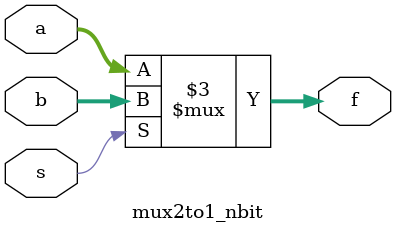
<source format=v>
/*
____________ MODULE ____________
Module Multiplexer 2 to 1 - n bit:
	- Input: x2 components - a, b
	- Output: x1 component - F
	- 1 select - S
	*** Parameter to change bit of component: n.
*/
module mux2to1_nbit(a,b,s,f);
	parameter n=4;
	input [n-1:0]a,b;
	input s;
	output reg [n-1:0]f;

	always@(s)
	begin
		if(s)	f = b;
		else	f = a;
	end
	
endmodule

</source>
